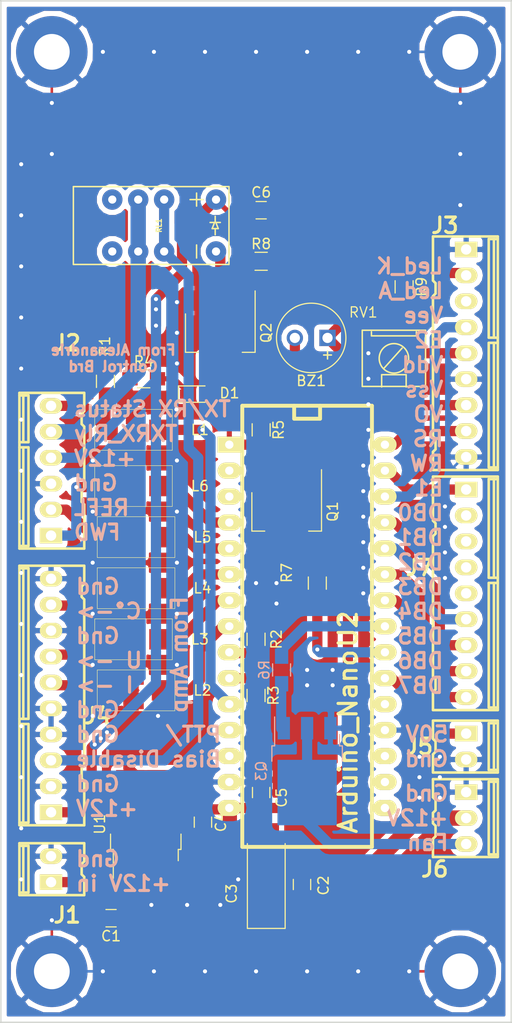
<source format=kicad_pcb>
(kicad_pcb (version 4) (host pcbnew 4.0.7)
  (layers (0 F.Cu signal) (31 B.Cu signal) (34 B.Paste user) (35 F.Paste user) (36 B.SilkS user) (37 F.SilkS user) (38 B.Mask user) (39 F.Mask user) (44 Edge.Cuts user))
  (net 0 "")
  (net 1 +5V)
  (net 2 "Net-(BZ1-Pad2)")
  (net 3 +12V)
  (net 4 GND)
  (net 5 "Net-(D1-Pad1)")
  (net 6 "Net-(D1-Pad2)")
  (net 7 "Net-(J2-Pad6)")
  (net 8 "Net-(J2-Pad5)")
  (net 9 "Net-(J2-Pad1)")
  (net 10 "Net-(J2-Pad2)")
  (net 11 LCDRS)
  (net 12 "Net-(J3-Pad7)")
  (net 13 LCDE2)
  (net 14 "Net-(J3-Pad2)")
  (net 15 "Net-(J4-Pad9)")
  (net 16 "Net-(J4-Pad7)")
  (net 17 "Net-(J4-Pad3)")
  (net 18 "Net-(J4-Pad6)")
  (net 19 "Net-(J5-Pad1)")
  (net 20 "Net-(J6-Pad3)")
  (net 21 LCD02)
  (net 22 LCD03)
  (net 23 LCD01)
  (net 24 LCD04)
  (net 25 LCDE1)
  (net 26 "Net-(L1-Pad3)")
  (net 27 "Net-(L2-Pad3)")
  (net 28 "Net-(L3-Pad3)")
  (net 29 "Net-(L4-Pad3)")
  (net 30 "Net-(L5-Pad3)")
  (net 31 "Net-(L6-Pad3)")
  (net 32 "Net-(Q1-Pad1)")
  (net 33 "Net-(Q2-Pad1)")
  (net 34 "Net-(Q3-Pad1)")
  (net 35 "Net-(R2-Pad1)")
  (net 36 "Net-(R3-Pad1)")
  (net 37 "Net-(R6-Pad1)")
  (net 38 "Net-(R7-Pad2)")
  (net 39 "Net-(Q2-Pad2)")
  (module conn_kk100:kk100_22-23-2021 (layer F.Cu) (at 165 120 90)
    (fp_text reference J1 (at -4.5 1.5 180) (layer F.SilkS) (effects (font (thickness 0.3048))))
    (fp_text value CONN_01X02 hide)
    (pad 1 thru_hole rect (at -1.27 -0.0762 90) (size 1.524 2.1971) (drill 1.016) (layers *.Cu *.Mask F.SilkS) (net 3 +12V))
    (pad 2 thru_hole oval (at 1.27 -0.0762 90) (size 1.524 2.1971) (drill 1.016) (layers *.Cu *.Mask F.SilkS) (net 4 GND))
  )
  (module Ferrite_LC_NFM41P:Ferrite_LC_NFM41P (layer F.Cu) (at 173.25 87.5)
    (fp_text reference L5 (at 6.5 0) (layer F.SilkS))
    (fp_text value L_cap)
    (pad 1 smd rect (at -2.54 0) (size 2 2) (layers F.Cu F.Paste F.Mask) (net 10 "Net-(J2-Pad2)"))
    (pad 3 smd rect (at 2.54 0) (size 2 2) (layers F.Cu F.Paste F.Mask) (net 30 "Net-(L5-Pad3)"))
    (pad 2 smd rect (at 0 -1.2) (size 1.5 1.3) (layers F.Cu F.Paste F.Mask) (net 4 GND))
    (pad 2 smd rect (at 0 1.2) (size 1.5 1.3) (layers F.Cu F.Paste F.Mask) (net 4 GND))
  )
  (module 2_Form_C_Relay:THT_2_formC (layer F.Cu) (at 176 57 270)
    (fp_text reference RL1 (at 0 0.5 270) (layer F.SilkS) (effects (font (size 0.5 0.5) (thickness 0.125))))
    (fp_text value EC2-12NU)
    (pad 1 thru_hole circle (at -2.54 -5.08 270) (size 2 2) (drill 0.8) (layers *.Cu *.Mask) (net 3 +12V))
    (pad 12 thru_hole circle (at 2.54 -5.08 270) (size 2 2) (drill 0.8) (layers *.Cu *.Mask) (net 39 "Net-(Q2-Pad2)"))
    (pad 3 thru_hole circle (at -2.54 0 270) (size 2 2) (drill 0.8) (layers *.Cu *.Mask) (net 17 "Net-(J4-Pad3)"))
    (pad 10 thru_hole circle (at 2.54 0 270) (size 2 2) (drill 0.8) (layers *.Cu *.Mask) (net 17 "Net-(J4-Pad3)"))
    (pad 4 thru_hole circle (at -2.54 2.54 270) (size 2 2) (drill 0.8) (layers *.Cu *.Mask) (net 8 "Net-(J2-Pad5)"))
    (pad 5 thru_hole circle (at -2.54 5.08 270) (size 2 2) (drill 0.8) (layers *.Cu *.Mask))
    (pad 8 thru_hole circle (at 2.54 5.08 270) (size 2 2) (drill 0.8) (layers *.Cu *.Mask))
    (pad 9 thru_hole circle (at 2.54 2.54 270) (size 2 2) (drill 0.8) (layers *.Cu *.Mask) (net 8 "Net-(J2-Pad5)"))
  )
  (module arduino_nano:arduino_nano (layer F.Cu) (at 190 97.5 270)
    (fp_text reference U2 (at -1 -4 270) (layer F.SilkS) (effects (font (size 1.778 1.778) (thickness 0.3048))))
    (fp_text value Arduino_Nano (at 10 -4 270) (layer F.SilkS) (effects (font (size 1.778 1.778) (thickness 0.3048))))
    (pad 1 thru_hole rect (at -19.05 7.62 270) (size 1.5748 2.286) (drill 0.8128) (layers *.Cu *.Mask F.SilkS) (net 6 "Net-(D1-Pad2)"))
    (pad 2 thru_hole oval (at -16.51 7.62 270) (size 1.5748 2.286) (drill 0.8128) (layers *.Cu *.Mask F.SilkS))
    (pad 3 thru_hole oval (at -13.97 7.62 270) (size 1.5748 2.286) (drill 0.8128) (layers *.Cu *.Mask F.SilkS))
    (pad 4 thru_hole oval (at -11.43 7.62 270) (size 1.5748 2.286) (drill 0.8128) (layers *.Cu *.Mask F.SilkS) (net 31 "Net-(L6-Pad3)"))
    (pad 5 thru_hole oval (at -8.89 7.62 270) (size 1.5748 2.286) (drill 0.8128) (layers *.Cu *.Mask F.SilkS) (net 30 "Net-(L5-Pad3)"))
    (pad 6 thru_hole oval (at -6.35 7.62 270) (size 1.5748 2.286) (drill 0.8128) (layers *.Cu *.Mask F.SilkS) (net 29 "Net-(L4-Pad3)"))
    (pad 7 thru_hole oval (at -3.81 7.62 270) (size 1.5748 2.286) (drill 0.8128) (layers *.Cu *.Mask F.SilkS) (net 28 "Net-(L3-Pad3)"))
    (pad 8 thru_hole oval (at -1.27 7.62 270) (size 1.5748 2.286) (drill 0.8128) (layers *.Cu *.Mask F.SilkS) (net 27 "Net-(L2-Pad3)"))
    (pad 9 thru_hole oval (at 1.27 7.62 270) (size 1.5748 2.286) (drill 0.8128) (layers *.Cu *.Mask F.SilkS) (net 35 "Net-(R2-Pad1)"))
    (pad 10 thru_hole oval (at 3.81 7.62 270) (size 1.5748 2.286) (drill 0.8128) (layers *.Cu *.Mask F.SilkS) (net 36 "Net-(R3-Pad1)"))
    (pad 11 thru_hole oval (at 6.35 7.62 270) (size 1.5748 2.286) (drill 0.8128) (layers *.Cu *.Mask F.SilkS) (net 26 "Net-(L1-Pad3)"))
    (pad 12 thru_hole oval (at 8.89 7.62 270) (size 1.5748 2.286) (drill 0.8128) (layers *.Cu *.Mask F.SilkS))
    (pad 13 thru_hole oval (at 11.43 7.62 270) (size 1.5748 2.286) (drill 0.8128) (layers *.Cu *.Mask F.SilkS))
    (pad 14 thru_hole oval (at 13.97 7.62 270) (size 1.5748 2.286) (drill 0.8128) (layers *.Cu *.Mask F.SilkS) (net 4 GND))
    (pad 15 thru_hole oval (at 16.51 7.62 270) (size 1.5748 2.286) (drill 0.8128) (layers *.Cu *.Mask F.SilkS) (net 1 +5V))
    (pad 16 thru_hole oval (at 16.51 -7.62 270) (size 1.5748 2.286) (drill 0.8128) (layers *.Cu *.Mask F.SilkS))
    (pad 17 thru_hole oval (at 13.97 -7.62 270) (size 1.5748 2.286) (drill 0.8128) (layers *.Cu *.Mask F.SilkS))
    (pad 18 thru_hole oval (at 11.43 -7.62 270) (size 1.5748 2.286) (drill 0.8128) (layers *.Cu *.Mask F.SilkS))
    (pad 19 thru_hole oval (at 8.89 -7.62 270) (size 1.5748 2.286) (drill 0.8128) (layers *.Cu *.Mask F.SilkS) (net 4 GND))
    (pad 20 thru_hole oval (at 6.35 -7.62 270) (size 1.5748 2.286) (drill 0.8128) (layers *.Cu *.Mask F.SilkS))
    (pad 21 thru_hole oval (at 3.81 -7.62 270) (size 1.5748 2.286) (drill 0.8128) (layers *.Cu *.Mask F.SilkS) (net 19 "Net-(J5-Pad1)"))
    (pad 22 thru_hole oval (at 1.27 -7.62 270) (size 1.5748 2.286) (drill 0.8128) (layers *.Cu *.Mask F.SilkS) (net 38 "Net-(R7-Pad2)"))
    (pad 23 thru_hole oval (at -1.27 -7.62 270) (size 1.5748 2.286) (drill 0.8128) (layers *.Cu *.Mask F.SilkS) (net 37 "Net-(R6-Pad1)"))
    (pad 24 thru_hole oval (at -3.81 -7.62 270) (size 1.5748 2.286) (drill 0.8128) (layers *.Cu *.Mask F.SilkS) (net 23 LCD01))
    (pad 25 thru_hole oval (at -6.35 -7.62 270) (size 1.5748 2.286) (drill 0.8128) (layers *.Cu *.Mask F.SilkS) (net 21 LCD02))
    (pad 26 thru_hole oval (at -8.89 -7.62 270) (size 1.5748 2.286) (drill 0.8128) (layers *.Cu *.Mask F.SilkS) (net 24 LCD04))
    (pad 27 thru_hole oval (at -11.43 -7.62 270) (size 1.5748 2.286) (drill 0.8128) (layers *.Cu *.Mask F.SilkS) (net 22 LCD03))
    (pad 28 thru_hole oval (at -13.97 -7.62 270) (size 1.5748 2.286) (drill 0.8128) (layers *.Cu *.Mask F.SilkS) (net 13 LCDE2))
    (pad 29 thru_hole oval (at -16.51 -7.62 270) (size 1.5748 2.286) (drill 0.8128) (layers *.Cu *.Mask F.SilkS) (net 25 LCDE1))
    (pad 30 thru_hole oval (at -19.05 -7.62 270) (size 1.5748 2.286) (drill 0.8128) (layers *.Cu *.Mask F.SilkS) (net 11 LCDRS))
  )
  (module conn_kk100:kk100_22-23-2091 (layer F.Cu) (at 205.5 69.5 270)
    (fp_text reference J3 (at -12.5 2 360) (layer F.SilkS) (effects (font (thickness 0.3048))))
    (fp_text value CONN_01X09 hide)
    (pad 8 thru_hole oval (at 7.62 -0.0762 270) (size 1.524 2.1971) (drill 1.016) (layers *.Cu *.Mask F.SilkS) (net 11 LCDRS))
    (pad 7 thru_hole oval (at 5.08 -0.0762 270) (size 1.524 2.1971) (drill 1.016) (layers *.Cu *.Mask F.SilkS) (net 12 "Net-(J3-Pad7)"))
    (pad 5 thru_hole oval (at 0 -0.0762 270) (size 1.524 2.1971) (drill 1.016) (layers *.Cu *.Mask F.SilkS) (net 1 +5V))
    (pad 4 thru_hole oval (at -2.54 -0.0762 270) (size 1.524 2.1971) (drill 1.016) (layers *.Cu *.Mask F.SilkS) (net 13 LCDE2))
    (pad 3 thru_hole oval (at -5.08 -0.0762 270) (size 1.524 2.1971) (drill 1.016) (layers *.Cu *.Mask F.SilkS))
    (pad 9 thru_hole oval (at 10.16 -0.0762 270) (size 1.524 2.1971) (drill 1.016) (layers *.Cu *.Mask F.SilkS) (net 4 GND))
    (pad 6 thru_hole oval (at 2.54 -0.0762 270) (size 1.524 2.1971) (drill 1.016) (layers *.Cu *.Mask F.SilkS) (net 4 GND))
    (pad 1 thru_hole rect (at -10.16 -0.0762 270) (size 1.524 2.1971) (drill 1.016) (layers *.Cu *.Mask F.SilkS) (net 4 GND))
    (pad 2 thru_hole oval (at -7.62 -0.0762 270) (size 1.524 2.1971) (drill 1.016) (layers *.Cu *.Mask F.SilkS) (net 14 "Net-(J3-Pad2)"))
  )
  (module Buzzers_Beepers:MagneticBuzzer_Kingstate_KCG0601 (layer F.Cu) (at 192 68 180)
    (fp_text reference BZ1 (at 1.6 -4.2 180) (layer F.SilkS))
    (fp_text value Buzzer)
    (fp_text user + (at 0 -1.6 180) (layer F.SilkS))
    (pad 1 thru_hole rect (at 0 0 180) (size 1.6 1.6) (drill 1) (layers *.Cu *.Mask) (net 1 +5V))
    (pad 2 thru_hole circle (at 3.2 0 180) (size 1.6 1.6) (drill 1) (layers *.Cu *.Mask) (net 2 "Net-(BZ1-Pad2)"))
  )
  (module Capacitors_SMD:C_0805_HandSoldering (layer F.Cu) (at 170.8 124.8 180)
    (fp_text reference C1 (at 0 -1.75 180) (layer F.SilkS))
    (fp_text value 100n)
    (pad 1 smd rect (at -1.25 0 180) (size 1.5 1.25) (layers F.Cu F.Paste F.Mask) (net 3 +12V))
    (pad 2 smd rect (at 1.25 0 180) (size 1.5 1.25) (layers F.Cu F.Paste F.Mask) (net 4 GND))
  )
  (module Capacitors_Tantalum_SMD:CP_Tantalum_Case-C_EIA-6032-28_Hand (layer F.Cu) (at 186 120.5 90)
    (fp_text reference C2 (at -1.1 5.6 90) (layer F.SilkS))
    (fp_text value 10u)
    (pad 1 smd rect (at -3.125 0 90) (size 3.75 2.5) (layers F.Cu F.Paste F.Mask) (net 3 +12V))
    (pad 2 smd rect (at 3.125 0 90) (size 3.75 2.5) (layers F.Cu F.Paste F.Mask) (net 4 GND))
  )
  (module Capacitors_SMD:C_0805_HandSoldering (layer F.Cu) (at 189.5 121.5 90)
    (fp_text reference C3 (at -0.9 -6.9 90) (layer F.SilkS))
    (fp_text value 100n)
    (pad 1 smd rect (at -1.25 0 90) (size 1.5 1.25) (layers F.Cu F.Paste F.Mask) (net 3 +12V))
    (pad 2 smd rect (at 1.25 0 90) (size 1.5 1.25) (layers F.Cu F.Paste F.Mask) (net 4 GND))
  )
  (module Capacitors_SMD:C_0805_HandSoldering (layer F.Cu) (at 179.8 115.4 270)
    (fp_text reference C4 (at 0 -1.75 270) (layer F.SilkS))
    (fp_text value 100n)
    (pad 1 smd rect (at -1.25 0 270) (size 1.5 1.25) (layers F.Cu F.Paste F.Mask) (net 1 +5V))
    (pad 2 smd rect (at 1.25 0 270) (size 1.5 1.25) (layers F.Cu F.Paste F.Mask) (net 4 GND))
  )
  (module Capacitors_SMD:C_0805_HandSoldering (layer F.Cu) (at 185.5 112.5 90)
    (fp_text reference C5 (at -0.5 2 90) (layer F.SilkS))
    (fp_text value 100n)
    (pad 1 smd rect (at -1.25 0 90) (size 1.5 1.25) (layers F.Cu F.Paste F.Mask) (net 1 +5V))
    (pad 2 smd rect (at 1.25 0 90) (size 1.5 1.25) (layers F.Cu F.Paste F.Mask) (net 4 GND))
  )
  (module Capacitors_SMD:C_0805_HandSoldering (layer F.Cu) (at 185.5 55.5)
    (fp_text reference C6 (at 0 -1.75) (layer F.SilkS))
    (fp_text value C)
    (pad 1 smd rect (at -1.25 0) (size 1.5 1.25) (layers F.Cu F.Paste F.Mask) (net 3 +12V))
    (pad 2 smd rect (at 1.25 0) (size 1.5 1.25) (layers F.Cu F.Paste F.Mask) (net 4 GND))
  )
  (module Diodes_SMD:D_0805 (layer F.Cu) (at 179 73.5)
    (fp_text reference D1 (at 3.4 -0.1) (layer F.SilkS))
    (fp_text value LED)
    (pad 1 smd rect (at -1.05 0) (size 0.8 0.9) (layers F.Cu F.Paste F.Mask) (net 5 "Net-(D1-Pad1)"))
    (pad 2 smd rect (at 1.05 0) (size 0.8 0.9) (layers F.Cu F.Paste F.Mask) (net 6 "Net-(D1-Pad2)"))
  )
  (module conn_kk100:kk100_22-23-2061 (layer F.Cu) (at 165 81 90)
    (fp_text reference J2 (at 12.5 1.5 180) (layer F.SilkS) (effects (font (thickness 0.3048))))
    (fp_text value CONN_01X06 hide)
    (pad 4 thru_hole oval (at 1.27 -0.0762 90) (size 1.524 2.1971) (drill 1.016) (layers *.Cu *.Mask F.SilkS) (net 3 +12V))
    (pad 3 thru_hole oval (at -1.27 -0.0762 90) (size 1.524 2.1971) (drill 1.016) (layers *.Cu *.Mask F.SilkS) (net 4 GND))
    (pad 6 thru_hole oval (at 6.35 -0.0762 90) (size 1.524 2.1971) (drill 1.016) (layers *.Cu *.Mask F.SilkS) (net 7 "Net-(J2-Pad6)"))
    (pad 5 thru_hole oval (at 3.81 -0.0762 90) (size 1.524 2.1971) (drill 1.016) (layers *.Cu *.Mask F.SilkS) (net 8 "Net-(J2-Pad5)"))
    (pad 1 thru_hole rect (at -6.35 -0.0762 90) (size 1.524 2.1971) (drill 1.016) (layers *.Cu *.Mask F.SilkS) (net 9 "Net-(J2-Pad1)"))
    (pad 2 thru_hole oval (at -3.81 -0.0762 90) (size 1.524 2.1971) (drill 1.016) (layers *.Cu *.Mask F.SilkS) (net 10 "Net-(J2-Pad2)"))
  )
  (module conn_kk100:kk100_22-23-2101 (layer F.Cu) (at 165 103 90)
    (fp_text reference J4 (at -2 4.5 180) (layer F.SilkS) (effects (font (thickness 0.3048))))
    (fp_text value CONN_01X10 hide)
    (pad 9 thru_hole oval (at 8.89 -0.0762 90) (size 1.524 2.1971) (drill 1.016) (layers *.Cu *.Mask F.SilkS) (net 15 "Net-(J4-Pad9)"))
    (pad 8 thru_hole oval (at 6.35 -0.0762 90) (size 1.524 2.1971) (drill 1.016) (layers *.Cu *.Mask F.SilkS) (net 4 GND))
    (pad 7 thru_hole oval (at 3.81 -0.0762 90) (size 1.524 2.1971) (drill 1.016) (layers *.Cu *.Mask F.SilkS) (net 16 "Net-(J4-Pad7)"))
    (pad 5 thru_hole oval (at -1.27 -0.0762 90) (size 1.524 2.1971) (drill 1.016) (layers *.Cu *.Mask F.SilkS) (net 4 GND))
    (pad 4 thru_hole oval (at -3.81 -0.0762 90) (size 1.524 2.1971) (drill 1.016) (layers *.Cu *.Mask F.SilkS) (net 4 GND))
    (pad 3 thru_hole oval (at -6.35 -0.0762 90) (size 1.524 2.1971) (drill 1.016) (layers *.Cu *.Mask F.SilkS) (net 17 "Net-(J4-Pad3)"))
    (pad 10 thru_hole oval (at 11.43 -0.0762 90) (size 1.524 2.1971) (drill 1.016) (layers *.Cu *.Mask F.SilkS) (net 4 GND))
    (pad 6 thru_hole oval (at 1.27 -0.0762 90) (size 1.524 2.1971) (drill 1.016) (layers *.Cu *.Mask F.SilkS) (net 18 "Net-(J4-Pad6)"))
    (pad 1 thru_hole rect (at -11.43 -0.0762 90) (size 1.524 2.1971) (drill 1.016) (layers *.Cu *.Mask F.SilkS) (net 3 +12V))
    (pad 2 thru_hole oval (at -8.89 -0.0762 90) (size 1.524 2.1971) (drill 1.016) (layers *.Cu *.Mask F.SilkS) (net 4 GND))
  )
  (module conn_kk100:kk100_22-23-2021 (layer F.Cu) (at 205.5 108 270)
    (fp_text reference J5 (at 0 4.5 360) (layer F.SilkS) (effects (font (thickness 0.3048))))
    (fp_text value CONN_01X02 hide)
    (pad 1 thru_hole rect (at -1.27 -0.0762 270) (size 1.524 2.1971) (drill 1.016) (layers *.Cu *.Mask F.SilkS) (net 19 "Net-(J5-Pad1)"))
    (pad 2 thru_hole oval (at 1.27 -0.0762 270) (size 1.524 2.1971) (drill 1.016) (layers *.Cu *.Mask F.SilkS) (net 4 GND))
  )
  (module conn_kk100:kk100_22-23-2031 (layer F.Cu) (at 205.5 115 270)
    (fp_text reference J6 (at 5 3 360) (layer F.SilkS) (effects (font (thickness 0.3048))))
    (fp_text value CONN_01X03 hide)
    (pad 3 thru_hole oval (at 2.54 -0.0762 270) (size 1.524 2.1971) (drill 1.016) (layers *.Cu *.Mask F.SilkS) (net 20 "Net-(J6-Pad3)"))
    (pad 1 thru_hole rect (at -2.54 -0.0762 270) (size 1.524 2.1971) (drill 1.016) (layers *.Cu *.Mask F.SilkS) (net 4 GND))
    (pad 2 thru_hole oval (at 0 -0.0762 270) (size 1.524 2.1971) (drill 1.016) (layers *.Cu *.Mask F.SilkS) (net 3 +12V))
  )
  (module conn_kk100:kk100_22-23-2091 (layer F.Cu) (at 205.5 93 270)
    (fp_text reference J7 (at -2.5 4.5 360) (layer F.SilkS) (effects (font (thickness 0.3048))))
    (fp_text value CONN_01X09 hide)
    (pad 8 thru_hole oval (at 7.62 -0.0762 270) (size 1.524 2.1971) (drill 1.016) (layers *.Cu *.Mask F.SilkS) (net 21 LCD02))
    (pad 7 thru_hole oval (at 5.08 -0.0762 270) (size 1.524 2.1971) (drill 1.016) (layers *.Cu *.Mask F.SilkS) (net 22 LCD03))
    (pad 5 thru_hole oval (at 0 -0.0762 270) (size 1.524 2.1971) (drill 1.016) (layers *.Cu *.Mask F.SilkS))
    (pad 4 thru_hole oval (at -2.54 -0.0762 270) (size 1.524 2.1971) (drill 1.016) (layers *.Cu *.Mask F.SilkS))
    (pad 3 thru_hole oval (at -5.08 -0.0762 270) (size 1.524 2.1971) (drill 1.016) (layers *.Cu *.Mask F.SilkS))
    (pad 9 thru_hole oval (at 10.16 -0.0762 270) (size 1.524 2.1971) (drill 1.016) (layers *.Cu *.Mask F.SilkS) (net 23 LCD01))
    (pad 6 thru_hole oval (at 2.54 -0.0762 270) (size 1.524 2.1971) (drill 1.016) (layers *.Cu *.Mask F.SilkS) (net 24 LCD04))
    (pad 1 thru_hole rect (at -10.16 -0.0762 270) (size 1.524 2.1971) (drill 1.016) (layers *.Cu *.Mask F.SilkS) (net 25 LCDE1))
    (pad 2 thru_hole oval (at -7.62 -0.0762 270) (size 1.524 2.1971) (drill 1.016) (layers *.Cu *.Mask F.SilkS))
  )
  (module TO_SOT_Packages_SMD:SOT-223 (layer F.Cu) (at 181.5 67.5 270)
    (fp_text reference Q2 (at 0 -4.5 270) (layer F.SilkS))
    (fp_text value PZT2222A)
    (pad 4 smd rect (at 3.15 0 270) (size 2 3.8) (layers F.Cu F.Paste F.Mask))
    (pad 2 smd rect (at -3.15 0 270) (size 2 1.5) (layers F.Cu F.Paste F.Mask) (net 39 "Net-(Q2-Pad2)"))
    (pad 3 smd rect (at -3.15 2.3 270) (size 2 1.5) (layers F.Cu F.Paste F.Mask) (net 4 GND))
    (pad 1 smd rect (at -3.15 -2.3 270) (size 2 1.5) (layers F.Cu F.Paste F.Mask) (net 33 "Net-(Q2-Pad1)"))
  )
  (module Resistors_SMD:R_0805_HandSoldering (layer F.Cu) (at 170.25 72.25 90)
    (fp_text reference R1 (at 3.45 -0.05 90) (layer F.SilkS))
    (fp_text value 10k)
    (pad 1 smd rect (at -1.35 0 90) (size 1.5 1.3) (layers F.Cu F.Paste F.Mask) (net 7 "Net-(J2-Pad6)"))
    (pad 2 smd rect (at 1.35 0 90) (size 1.5 1.3) (layers F.Cu F.Paste F.Mask) (net 4 GND))
  )
  (module Resistors_SMD:R_0805_HandSoldering (layer F.Cu) (at 185 97.5 90)
    (fp_text reference R2 (at 0 2 90) (layer F.SilkS))
    (fp_text value 0R)
    (pad 1 smd rect (at -1.35 0 90) (size 1.5 1.3) (layers F.Cu F.Paste F.Mask) (net 35 "Net-(R2-Pad1)"))
    (pad 2 smd rect (at 1.35 0 90) (size 1.5 1.3) (layers F.Cu F.Paste F.Mask) (net 4 GND))
  )
  (module Resistors_SMD:R_0805_HandSoldering (layer F.Cu) (at 185 103 270)
    (fp_text reference R3 (at 0 -1.7 270) (layer F.SilkS))
    (fp_text value 0R)
    (pad 1 smd rect (at -1.35 0 270) (size 1.5 1.3) (layers F.Cu F.Paste F.Mask) (net 36 "Net-(R3-Pad1)"))
    (pad 2 smd rect (at 1.35 0 270) (size 1.5 1.3) (layers F.Cu F.Paste F.Mask) (net 4 GND))
  )
  (module Resistors_SMD:R_0805_HandSoldering (layer F.Cu) (at 174 72)
    (fp_text reference R4 (at 0 -1.7) (layer F.SilkS))
    (fp_text value R)
    (pad 1 smd rect (at -1.35 0) (size 1.5 1.3) (layers F.Cu F.Paste F.Mask) (net 4 GND))
    (pad 2 smd rect (at 1.35 0) (size 1.5 1.3) (layers F.Cu F.Paste F.Mask) (net 5 "Net-(D1-Pad1)"))
  )
  (module Resistors_SMD:R_0805_HandSoldering (layer F.Cu) (at 185.5 77 270)
    (fp_text reference R5 (at 0 -1.7 270) (layer F.SilkS))
    (fp_text value 1k)
    (pad 1 smd rect (at -1.35 0 270) (size 1.5 1.3) (layers F.Cu F.Paste F.Mask) (net 33 "Net-(Q2-Pad1)"))
    (pad 2 smd rect (at 1.35 0 270) (size 1.5 1.3) (layers F.Cu F.Paste F.Mask) (net 6 "Net-(D1-Pad2)"))
  )
  (module Resistors_SMD:R_0805_HandSoldering (layer B.Cu) (at 187.5 100.5 270)
    (fp_text reference R6 (at 0 1.7 270) (layer B.SilkS) (effects (justify mirror)))
    (fp_text value 1k)
    (pad 1 smd rect (at -1.35 0 270) (size 1.5 1.3) (layers B.Cu B.Paste B.Mask) (net 37 "Net-(R6-Pad1)"))
    (pad 2 smd rect (at 1.35 0 270) (size 1.5 1.3) (layers B.Cu B.Paste B.Mask) (net 34 "Net-(Q3-Pad1)"))
  )
  (module Resistors_SMD:R_0805_HandSoldering (layer F.Cu) (at 191 92 270)
    (fp_text reference R7 (at -1 3 270) (layer F.SilkS))
    (fp_text value 2k2)
    (pad 1 smd rect (at -1.35 0 270) (size 1.5 1.3) (layers F.Cu F.Paste F.Mask) (net 32 "Net-(Q1-Pad1)"))
    (pad 2 smd rect (at 1.35 0 270) (size 1.5 1.3) (layers F.Cu F.Paste F.Mask) (net 38 "Net-(R7-Pad2)"))
  )
  (module Resistors_SMD:R_0805_HandSoldering (layer F.Cu) (at 185.5 60.5)
    (fp_text reference R8 (at 0 -1.7) (layer F.SilkS))
    (fp_text value 10k)
    (pad 1 smd rect (at -1.35 0) (size 1.5 1.3) (layers F.Cu F.Paste F.Mask) (net 33 "Net-(Q2-Pad1)"))
    (pad 2 smd rect (at 1.35 0) (size 1.5 1.3) (layers F.Cu F.Paste F.Mask) (net 4 GND))
  )
  (module Resistors_SMD:R_0805_HandSoldering (layer F.Cu) (at 199.5 63 270)
    (fp_text reference R9 (at 0 -1.7 270) (layer F.SilkS))
    (fp_text value 100R)
    (pad 1 smd rect (at -1.35 0 270) (size 1.5 1.3) (layers F.Cu F.Paste F.Mask) (net 14 "Net-(J3-Pad2)"))
    (pad 2 smd rect (at 1.35 0 270) (size 1.5 1.3) (layers F.Cu F.Paste F.Mask) (net 1 +5V))
  )
  (module Trimmer_3314G1_Handsoldering:Trimmer_3314G1_Handsoldering (layer F.Cu) (at 198.5 70)
    (fp_text reference RV1 (at -3 -4.5) (layer F.SilkS) (effects (font (thickness 0.125))))
    (fp_text value 10k)
    (pad 2 smd rect (at 0 2.75) (size 2.5 2.2) (layers F.Cu F.Paste F.Mask) (net 12 "Net-(J3-Pad7)"))
    (pad 1 smd rect (at -1.15 -2.75) (size 1.3 2.2) (layers F.Cu F.Paste F.Mask) (net 4 GND))
    (pad 3 smd rect (at 1.15 -2.75) (size 1.3 2.2) (layers F.Cu F.Paste F.Mask) (net 1 +5V))
  )
  (module TO_SOT_Packages_SMD:SOT-223 (layer F.Cu) (at 188 85 270)
    (fp_text reference Q1 (at 0 -4.5 270) (layer F.SilkS))
    (fp_text value PZT2222A)
    (pad 4 smd rect (at 3.15 0 270) (size 2 3.8) (layers F.Cu F.Paste F.Mask))
    (pad 2 smd rect (at -3.15 0 270) (size 2 1.5) (layers F.Cu F.Paste F.Mask) (net 2 "Net-(BZ1-Pad2)"))
    (pad 3 smd rect (at -3.15 2.3 270) (size 2 1.5) (layers F.Cu F.Paste F.Mask) (net 4 GND))
    (pad 1 smd rect (at -3.15 -2.3 270) (size 2 1.5) (layers F.Cu F.Paste F.Mask) (net 32 "Net-(Q1-Pad1)"))
  )
  (module Mounting_Holes:MountingHole_3.5mm_Pad (layer F.Cu) (at 165 40)
    (fp_text reference TP1 hide)
    (fp_text value TEST hide)
    (pad 1 thru_hole circle (at 0 0) (size 7 7) (drill 3.5) (layers *.Cu *.Mask) (net 4 GND))
  )
  (module Mounting_Holes:MountingHole_3.5mm_Pad (layer F.Cu) (at 205 40)
    (fp_text reference TP2 hide)
    (fp_text value TEST hide)
    (pad 1 thru_hole circle (at 0 0) (size 7 7) (drill 3.5) (layers *.Cu *.Mask) (net 4 GND))
  )
  (module Mounting_Holes:MountingHole_3.5mm_Pad (layer F.Cu) (at 165 130)
    (fp_text reference TP3 hide)
    (fp_text value TEST hide)
    (pad 1 thru_hole circle (at 0 0) (size 7 7) (drill 3.5) (layers *.Cu *.Mask) (net 4 GND))
  )
  (module Mounting_Holes:MountingHole_3.5mm_Pad (layer F.Cu) (at 205 130)
    (fp_text reference TP4 hide)
    (fp_text value TEST hide)
    (pad 1 thru_hole circle (at 0 0) (size 7 7) (drill 3.5) (layers *.Cu *.Mask) (net 4 GND))
  )
  (module Ferrite_LC_NFM41P:Ferrite_LC_NFM41P (layer F.Cu) (at 173 77)
    (fp_text reference L1 (at 6.5 0) (layer F.SilkS))
    (fp_text value L_cap)
    (pad 1 smd rect (at -2.54 0) (size 2 2) (layers F.Cu F.Paste F.Mask) (net 7 "Net-(J2-Pad6)"))
    (pad 3 smd rect (at 2.54 0) (size 2 2) (layers F.Cu F.Paste F.Mask) (net 26 "Net-(L1-Pad3)"))
    (pad 2 smd rect (at 0 -1.2) (size 1.5 1.3) (layers F.Cu F.Paste F.Mask) (net 4 GND))
    (pad 2 smd rect (at 0 1.2) (size 1.5 1.3) (layers F.Cu F.Paste F.Mask) (net 4 GND))
  )
  (module Ferrite_LC_NFM41P:Ferrite_LC_NFM41P (layer F.Cu) (at 173.25 102.5)
    (fp_text reference L2 (at 6.5 0) (layer F.SilkS))
    (fp_text value L_cap)
    (pad 1 smd rect (at -2.54 0) (size 2 2) (layers F.Cu F.Paste F.Mask) (net 18 "Net-(J4-Pad6)"))
    (pad 3 smd rect (at 2.54 0) (size 2 2) (layers F.Cu F.Paste F.Mask) (net 27 "Net-(L2-Pad3)"))
    (pad 2 smd rect (at 0 -1.2) (size 1.5 1.3) (layers F.Cu F.Paste F.Mask) (net 4 GND))
    (pad 2 smd rect (at 0 1.2) (size 1.5 1.3) (layers F.Cu F.Paste F.Mask) (net 4 GND))
  )
  (module Ferrite_LC_NFM41P:Ferrite_LC_NFM41P (layer F.Cu) (at 173 97.5)
    (fp_text reference L3 (at 6.5 0) (layer F.SilkS))
    (fp_text value L_cap)
    (pad 1 smd rect (at -2.54 0) (size 2 2) (layers F.Cu F.Paste F.Mask) (net 16 "Net-(J4-Pad7)"))
    (pad 3 smd rect (at 2.54 0) (size 2 2) (layers F.Cu F.Paste F.Mask) (net 28 "Net-(L3-Pad3)"))
    (pad 2 smd rect (at 0 -1.2) (size 1.5 1.3) (layers F.Cu F.Paste F.Mask) (net 4 GND))
    (pad 2 smd rect (at 0 1.2) (size 1.5 1.3) (layers F.Cu F.Paste F.Mask) (net 4 GND))
  )
  (module Ferrite_LC_NFM41P:Ferrite_LC_NFM41P (layer F.Cu) (at 173.25 92.5)
    (fp_text reference L4 (at 6.5 0) (layer F.SilkS))
    (fp_text value L_cap)
    (pad 1 smd rect (at -2.54 0) (size 2 2) (layers F.Cu F.Paste F.Mask) (net 15 "Net-(J4-Pad9)"))
    (pad 3 smd rect (at 2.54 0) (size 2 2) (layers F.Cu F.Paste F.Mask) (net 29 "Net-(L4-Pad3)"))
    (pad 2 smd rect (at 0 -1.2) (size 1.5 1.3) (layers F.Cu F.Paste F.Mask) (net 4 GND))
    (pad 2 smd rect (at 0 1.2) (size 1.5 1.3) (layers F.Cu F.Paste F.Mask) (net 4 GND))
  )
  (module Ferrite_LC_NFM41P:Ferrite_LC_NFM41P (layer F.Cu) (at 173 82.5)
    (fp_text reference L6 (at 6.5 0) (layer F.SilkS))
    (fp_text value L_cap)
    (pad 1 smd rect (at -2.54 0) (size 2 2) (layers F.Cu F.Paste F.Mask) (net 9 "Net-(J2-Pad1)"))
    (pad 3 smd rect (at 2.54 0) (size 2 2) (layers F.Cu F.Paste F.Mask) (net 31 "Net-(L6-Pad3)"))
    (pad 2 smd rect (at 0 -1.2) (size 1.5 1.3) (layers F.Cu F.Paste F.Mask) (net 4 GND))
    (pad 2 smd rect (at 0 1.2) (size 1.5 1.3) (layers F.Cu F.Paste F.Mask) (net 4 GND))
  )
  (module TO_SOT_Packages_SMD:TO-252-3_TabPin2 (layer B.Cu) (at 190 110.4 270)
    (fp_text reference Q3 (at 0 4.5 270) (layer B.SilkS) (effects (justify mirror)))
    (fp_text value IRFR3303)
    (pad 1 smd rect (at -4.2 2.28 270) (size 2.2 1.2) (layers B.Cu B.Paste B.Mask) (net 34 "Net-(Q3-Pad1)"))
    (pad 2 smd rect (at -4.2 0 270) (size 2.2 1.2) (layers B.Cu B.Paste B.Mask) (net 20 "Net-(J6-Pad3)"))
    (pad 3 smd rect (at -4.2 -2.28 270) (size 2.2 1.2) (layers B.Cu B.Paste B.Mask) (net 4 GND))
    (pad 2 smd rect (at 2.1 0 270) (size 6.4 5.8) (layers B.Cu B.Mask) (net 20 "Net-(J6-Pad3)"))
    (pad 2 smd rect (at 3.775 -1.525 270) (size 3.05 2.75) (layers B.Cu B.Paste) (net 20 "Net-(J6-Pad3)"))
    (pad 2 smd rect (at 0.425 1.525 270) (size 3.05 2.75) (layers B.Cu B.Paste) (net 20 "Net-(J6-Pad3)"))
    (pad 2 smd rect (at 3.775 1.525 270) (size 3.05 2.75) (layers B.Cu B.Paste) (net 20 "Net-(J6-Pad3)"))
    (pad 2 smd rect (at 0.425 -1.525 270) (size 3.05 2.75) (layers B.Cu B.Paste) (net 20 "Net-(J6-Pad3)"))
  )
  (module TO_SOT_Packages_SMD:TO-252-3_TabPin2 (layer F.Cu) (at 174.2 115.6 90)
    (fp_text reference U1 (at 0 -4.5 90) (layer F.SilkS))
    (fp_text value KA78M05_TO252)
    (pad 1 smd rect (at -4.2 -2.28 90) (size 2.2 1.2) (layers F.Cu F.Paste F.Mask) (net 3 +12V))
    (pad 2 smd rect (at -4.2 0 90) (size 2.2 1.2) (layers F.Cu F.Paste F.Mask) (net 4 GND))
    (pad 3 smd rect (at -4.2 2.28 90) (size 2.2 1.2) (layers F.Cu F.Paste F.Mask) (net 1 +5V))
    (pad 2 smd rect (at 2.1 0 90) (size 6.4 5.8) (layers F.Cu F.Mask) (net 4 GND))
    (pad 2 smd rect (at 3.775 1.525 90) (size 3.05 2.75) (layers F.Cu F.Paste) (net 4 GND))
    (pad 2 smd rect (at 0.425 -1.525 90) (size 3.05 2.75) (layers F.Cu F.Paste) (net 4 GND))
    (pad 2 smd rect (at 3.775 -1.525 90) (size 3.05 2.75) (layers F.Cu F.Paste) (net 4 GND))
    (pad 2 smd rect (at 0.425 1.525 90) (size 3.05 2.75) (layers F.Cu F.Paste) (net 4 GND))
  )
  (gr_line (start 160 135) (end 160 35) (angle 90) (layer Edge.Cuts) (width 0.15))
  (gr_line (start 210 35) (end 210 135) (angle 90) (layer Edge.Cuts) (width 0.15))
  (gr_line (start 160 35) (end 210 35) (angle 90) (layer Edge.Cuts) (width 0.15))
  (gr_text "50V\nGnd" (at 204 108) (layer B.SilkS) (effects (font (size 1.5 1.5) (thickness 0.3)) (justify left mirror)))
  (gr_text "Gnd\n+12V\nFan" (at 204 115) (layer B.SilkS) (effects (font (size 1.5 1.5) (thickness 0.3)) (justify left mirror)))
  (gr_text "Led_K\nLed_A\nVee\nE2\nVdd\nVss\nVO\nRS\nRW\nE1\nDB0\nDB1\nDB2\nDB3\nDB4\nDB5\nDB6\nDB7" (at 203.5 81.5) (layer B.SilkS) (effects (font (size 1.5 1.5) (thickness 0.3)) (justify left mirror)))
  (gr_text "From Amp" (at 177.5 99 90) (layer B.SilkS) (effects (font (size 1.5 1.5) (thickness 0.3)) (justify mirror)))
  (gr_text "From Alexandrie\nControl Brd" (at 171 70) (layer B.SilkS) (effects (font (size 1 1) (thickness 0.25)) (justify mirror)))
  (gr_text "TX/RX Status\nTXRX_Rly\n+12V\nGnd\nREFL\nFWD" (at 167 81) (layer B.SilkS) (effects (font (size 1.5 1.5) (thickness 0.3)) (justify right mirror)))
  (gr_text "Gnd\nC°->\nGnd\nU ->\nI ->\nGnd\nPTT/    Gnd\nBias Disable\nGnd\n+12V" (at 167.2 103.2) (layer B.SilkS) (effects (font (size 1.5 1.5) (thickness 0.3)) (justify right mirror)))
  (gr_text "Gnd\n+12V in\n" (at 167.2 120.2) (layer B.SilkS) (effects (font (size 1.5 1.5) (thickness 0.3)) (justify right mirror)))
  (gr_line (start 160 135) (end 210 135) (angle 90) (layer Edge.Cuts) (width 0.15))
  (segment (start 176.4 119.4) (end 177.775 120.775) (width 1.5) (layer F.Cu) (net 1))
  (segment (start 177.775 120.775) (end 180.225 120.775) (width 1.5) (layer F.Cu) (net 1))
  (segment (start 180.225 120.775) (end 182.38 118.62) (width 1.5) (layer F.Cu) (net 1))
  (segment (start 182.38 118.62) (end 182.38 114.01) (width 1.5) (layer F.Cu) (net 1))
  (segment (start 179.8 114.15) (end 182.24 114.15) (width 1) (layer F.Cu) (net 1))
  (segment (start 182.24 114.15) (end 182.38 114.01) (width 1) (layer F.Cu) (net 1))
  (segment (start 199.5 64.35) (end 195.65 64.35) (width 1) (layer F.Cu) (net 1))
  (segment (start 195.65 64.35) (end 192 68) (width 1) (layer F.Cu) (net 1))
  (segment (start 182.38 114.01) (end 189.99 114.01) (width 1) (layer F.Cu) (net 1))
  (segment (start 189.99 114.01) (end 194 110) (width 1) (layer F.Cu) (net 1))
  (segment (start 194 110) (end 194 70) (width 1) (layer F.Cu) (net 1))
  (segment (start 194 70) (end 192 68) (width 1) (layer F.Cu) (net 1))
  (segment (start 182.38 114.01) (end 185.24 114.01) (width 1) (layer F.Cu) (net 1))
  (segment (start 185.24 114.01) (end 185.5 113.75) (width 1) (layer F.Cu) (net 1))
  (segment (start 199.5 64.35) (end 199.5 67.1) (width 1) (layer F.Cu) (net 1))
  (segment (start 199.5 67.1) (end 199.65 67.25) (width 1) (layer F.Cu) (net 1))
  (segment (start 199.65 67.25) (end 199.65 68.15) (width 1) (layer F.Cu) (net 1))
  (segment (start 199.65 68.15) (end 201 69.5) (width 1) (layer F.Cu) (net 1))
  (segment (start 201 69.5) (end 205.5762 69.5) (width 1) (layer F.Cu) (net 1))
  (segment (start 182.24 114.15) (end 182.38 114.01) (width 1) (layer F.Cu) (net 1))
  (segment (start 182.14 114.25) (end 182.38 114.01) (width 1) (layer F.Cu) (net 1))
  (segment (start 188 81.85) (end 188 79) (width 1) (layer F.Cu) (net 2))
  (segment (start 188.8 78.2) (end 188.8 68) (width 1) (layer F.Cu) (net 2))
  (segment (start 188 79) (end 188.8 78.2) (width 1) (layer F.Cu) (net 2))
  (segment (start 186 123.625) (end 186 125) (width 0.5) (layer F.Cu) (net 3))
  (segment (start 186 125) (end 186 125.6) (width 0.5) (layer F.Cu) (net 3))
  (segment (start 186 125.6) (end 186 125) (width 0.5) (layer F.Cu) (net 3))
  (segment (start 189.5 122.75) (end 189.5 125) (width 0.5) (layer F.Cu) (net 3))
  (segment (start 186 123.625) (end 186 123.8) (width 1) (layer F.Cu) (net 3))
  (segment (start 186 123.8) (end 184.8 125) (width 1) (layer F.Cu) (net 3))
  (segment (start 172.05 124.8) (end 173.4 124.8) (width 0.5) (layer F.Cu) (net 3))
  (segment (start 173.4 124.8) (end 173.6 125) (width 0.5) (layer F.Cu) (net 3))
  (segment (start 169.2 107.8) (end 168.900001 108.099999) (width 1) (layer F.Cu) (net 3))
  (segment (start 168.900001 108.099999) (end 168.900001 112.479999) (width 1) (layer F.Cu) (net 3))
  (segment (start 168.900001 112.479999) (end 166.95 114.43) (width 1) (layer F.Cu) (net 3))
  (segment (start 169.8 107.2) (end 170.4 106.6) (width 1) (layer F.Cu) (net 3))
  (segment (start 169.2 107.8) (end 169.8 107.2) (width 1) (layer F.Cu) (net 3))
  (via (at 169.2 107.8) (size 0.6) (drill 0.4) (layers F.Cu B.Cu) (net 3))
  (segment (start 169.8 107.2) (end 169.2 107.8) (width 1) (layer B.Cu) (net 3))
  (via (at 169.8 107.2) (size 0.6) (drill 0.4) (layers F.Cu B.Cu) (net 3))
  (segment (start 170.4 106.6) (end 169.8 107.2) (width 1) (layer B.Cu) (net 3))
  (via (at 170.4 106.6) (size 0.6) (drill 0.4) (layers F.Cu B.Cu) (net 3))
  (segment (start 175.2 72.2) (end 175.2 101.8) (width 1) (layer B.Cu) (net 3))
  (segment (start 175.2 101.8) (end 170.4 106.6) (width 1) (layer B.Cu) (net 3))
  (via (at 175.2 64.2) (size 0.6) (drill 0.4) (layers F.Cu B.Cu) (net 3))
  (segment (start 175.2 65.2) (end 175.2 64.2) (width 1) (layer B.Cu) (net 3))
  (via (at 175.2 65.2) (size 0.6) (drill 0.4) (layers F.Cu B.Cu) (net 3))
  (segment (start 175.2 66.8) (end 175.2 65.2) (width 1) (layer B.Cu) (net 3))
  (segment (start 175.2 72.2) (end 167.67 79.73) (width 1) (layer B.Cu) (net 3))
  (segment (start 167.67 79.73) (end 164.9238 79.73) (width 1) (layer B.Cu) (net 3))
  (segment (start 175.2 66.8) (end 175.2 72.2) (width 1) (layer B.Cu) (net 3))
  (segment (start 175.2 64.2) (end 175.2 66.8) (width 1) (layer F.Cu) (net 3))
  (via (at 175.2 66.8) (size 0.6) (drill 0.4) (layers F.Cu B.Cu) (net 3))
  (segment (start 177.749999 61.650001) (end 175.2 64.2) (width 1) (layer F.Cu) (net 3))
  (segment (start 181.08 54.46) (end 177.749999 57.790001) (width 1) (layer F.Cu) (net 3))
  (segment (start 177.749999 57.790001) (end 177.749999 61.650001) (width 1) (layer F.Cu) (net 3))
  (segment (start 189.5 125) (end 186 125) (width 1.5) (layer F.Cu) (net 3))
  (segment (start 186 125) (end 173.6 125) (width 1.5) (layer F.Cu) (net 3))
  (segment (start 171.72 123.12) (end 171.72 119.2) (width 1.5) (layer F.Cu) (net 3))
  (segment (start 173.6 125) (end 171.72 123.12) (width 1.5) (layer F.Cu) (net 3))
  (segment (start 186 123.625) (end 186 125.2) (width 0.5) (layer F.Cu) (net 3))
  (segment (start 164.9238 114.43) (end 166.95 114.43) (width 1) (layer F.Cu) (net 3))
  (segment (start 166.95 114.43) (end 171.72 119.2) (width 1) (layer F.Cu) (net 3))
  (segment (start 164.9238 121.27) (end 169.65 121.27) (width 1) (layer F.Cu) (net 3))
  (segment (start 169.65 121.27) (end 171.72 119.2) (width 1) (layer F.Cu) (net 3))
  (segment (start 184.25 55.5) (end 182.12 55.5) (width 0.5) (layer F.Cu) (net 3))
  (segment (start 182.12 55.5) (end 181.08 54.46) (width 0.5) (layer F.Cu) (net 3))
  (segment (start 205.5762 115) (end 201 115) (width 1.5) (layer F.Cu) (net 3))
  (segment (start 191 125) (end 189.5 125) (width 1.5) (layer F.Cu) (net 3))
  (segment (start 201 115) (end 191 125) (width 1.5) (layer F.Cu) (net 3))
  (segment (start 165 125) (end 164 125) (width 0.25) (layer F.Cu) (net 4))
  (via (at 165 125) (size 0.6) (drill 0.4) (layers F.Cu B.Cu) (net 4))
  (segment (start 165 130) (end 165 125) (width 0.25) (layer F.Cu) (net 4))
  (via (at 165 45) (size 0.6) (drill 0.4) (layers F.Cu B.Cu) (net 4))
  (segment (start 165 45) (end 165 50) (width 0.25) (layer B.Cu) (net 4))
  (via (at 165 50) (size 0.6) (drill 0.4) (layers F.Cu B.Cu) (net 4))
  (segment (start 165 45) (end 165 40) (width 0.25) (layer F.Cu) (net 4))
  (segment (start 163 50) (end 165 50) (width 0.25) (layer B.Cu) (net 4))
  (segment (start 162 51) (end 163 50) (width 0.25) (layer B.Cu) (net 4))
  (via (at 162 51) (size 0.6) (drill 0.4) (layers F.Cu B.Cu) (net 4))
  (segment (start 162 56) (end 162 51) (width 0.25) (layer F.Cu) (net 4))
  (via (at 162 56) (size 0.6) (drill 0.4) (layers F.Cu B.Cu) (net 4))
  (segment (start 162 61) (end 162 56) (width 0.25) (layer B.Cu) (net 4))
  (via (at 162 61) (size 0.6) (drill 0.4) (layers F.Cu B.Cu) (net 4))
  (segment (start 162 66) (end 162 61) (width 0.25) (layer F.Cu) (net 4))
  (via (at 162 66) (size 0.6) (drill 0.4) (layers F.Cu B.Cu) (net 4))
  (segment (start 162 71) (end 162 66) (width 0.25) (layer B.Cu) (net 4))
  (via (at 162 71) (size 0.6) (drill 0.4) (layers F.Cu B.Cu) (net 4))
  (segment (start 162 76) (end 162 71) (width 0.25) (layer F.Cu) (net 4))
  (via (at 162 76) (size 0.6) (drill 0.4) (layers F.Cu B.Cu) (net 4))
  (segment (start 162 81) (end 162 76) (width 0.25) (layer B.Cu) (net 4))
  (via (at 162 81) (size 0.6) (drill 0.4) (layers F.Cu B.Cu) (net 4))
  (segment (start 162 86) (end 162 81) (width 0.25) (layer F.Cu) (net 4))
  (via (at 162 86) (size 0.6) (drill 0.4) (layers F.Cu B.Cu) (net 4))
  (segment (start 162 91) (end 162 86) (width 0.25) (layer B.Cu) (net 4))
  (via (at 162 91) (size 0.6) (drill 0.4) (layers F.Cu B.Cu) (net 4))
  (segment (start 162 96) (end 162 91) (width 0.25) (layer F.Cu) (net 4))
  (via (at 162 96) (size 0.6) (drill 0.4) (layers F.Cu B.Cu) (net 4))
  (segment (start 162 101) (end 162 96) (width 0.25) (layer B.Cu) (net 4))
  (via (at 162 101) (size 0.6) (drill 0.4) (layers F.Cu B.Cu) (net 4))
  (segment (start 162 106) (end 162 101) (width 0.25) (layer F.Cu) (net 4))
  (via (at 162 106) (size 0.6) (drill 0.4) (layers F.Cu B.Cu) (net 4))
  (segment (start 162 111) (end 162 106) (width 0.25) (layer B.Cu) (net 4))
  (via (at 162 111) (size 0.6) (drill 0.4) (layers F.Cu B.Cu) (net 4))
  (segment (start 162 116) (end 162 111) (width 0.25) (layer F.Cu) (net 4))
  (via (at 162 116) (size 0.6) (drill 0.4) (layers F.Cu B.Cu) (net 4))
  (segment (start 162 121) (end 162 116) (width 0.25) (layer B.Cu) (net 4))
  (via (at 162 121) (size 0.6) (drill 0.4) (layers F.Cu B.Cu) (net 4))
  (segment (start 162 123) (end 162 121) (width 0.25) (layer F.Cu) (net 4))
  (segment (start 164 125) (end 162 123) (width 0.25) (layer F.Cu) (net 4))
  (segment (start 192.54 106.225) (end 192.54 102.04) (width 0.25) (layer B.Cu) (net 4))
  (via (at 192.5 100.5) (size 0.6) (drill 0.4) (layers F.Cu B.Cu) (net 4))
  (segment (start 190 100.5) (end 192.5 100.5) (width 0.25) (layer F.Cu) (net 4))
  (via (at 190 100.5) (size 0.6) (drill 0.4) (layers F.Cu B.Cu) (net 4))
  (segment (start 190 102) (end 190 100.5) (width 0.25) (layer B.Cu) (net 4))
  (via (at 190 102) (size 0.6) (drill 0.4) (layers F.Cu B.Cu) (net 4))
  (segment (start 192.5 102) (end 190 102) (width 0.25) (layer F.Cu) (net 4))
  (via (at 192.5 102) (size 0.6) (drill 0.4) (layers F.Cu B.Cu) (net 4))
  (segment (start 192.54 102.04) (end 192.5 102) (width 0.25) (layer B.Cu) (net 4))
  (segment (start 174.975736 105.000008) (end 175.4 105.000008) (width 1) (layer F.Cu) (net 4))
  (segment (start 173.000008 105.000008) (end 174.975736 105.000008) (width 1) (layer F.Cu) (net 4))
  (segment (start 173 105) (end 173.000008 105.000008) (width 1) (layer F.Cu) (net 4))
  (via (at 175.4 105.000008) (size 0.6) (drill 0.4) (layers F.Cu B.Cu) (net 4))
  (segment (start 176.775732 75) (end 177.199996 75) (width 0.5) (layer F.Cu) (net 4))
  (segment (start 173.3 75) (end 176.775732 75) (width 0.5) (layer F.Cu) (net 4))
  (segment (start 172.5 75.8) (end 173.3 75) (width 0.5) (layer F.Cu) (net 4))
  (via (at 177.199996 75) (size 0.6) (drill 0.4) (layers F.Cu B.Cu) (net 4))
  (segment (start 179.2 64.35) (end 177.40001 64.35) (width 0.25) (layer F.Cu) (net 4))
  (via (at 177.25001 64.5) (size 0.6) (drill 0.4) (layers F.Cu B.Cu) (net 4))
  (segment (start 177.40001 64.35) (end 177.25001 64.5) (width 0.25) (layer F.Cu) (net 4))
  (segment (start 177.25001 70.5) (end 177.25001 67.5) (width 0.25) (layer F.Cu) (net 4))
  (via (at 177.25001 70.5) (size 0.6) (drill 0.4) (layers F.Cu B.Cu) (net 4))
  (via (at 169.010066 80.010066) (size 0.6) (drill 0.4) (layers F.Cu B.Cu) (net 4))
  (via (at 177.25001 67.5) (size 0.6) (drill 0.4) (layers F.Cu B.Cu) (net 4))
  (segment (start 173 80) (end 172.989934 80.010066) (width 0.5) (layer F.Cu) (net 4))
  (segment (start 169.43433 80.010066) (end 169.010066 80.010066) (width 0.5) (layer F.Cu) (net 4))
  (segment (start 177.25001 67.5) (end 177.25001 64.5) (width 0.25) (layer B.Cu) (net 4))
  (segment (start 172.989934 80.010066) (end 169.43433 80.010066) (width 0.5) (layer F.Cu) (net 4))
  (segment (start 176.825736 100.000004) (end 177.25 100.000004) (width 0.5) (layer F.Cu) (net 4))
  (segment (start 173.000004 100.000004) (end 176.825736 100.000004) (width 0.5) (layer F.Cu) (net 4))
  (segment (start 173 100) (end 173.000004 100.000004) (width 0.5) (layer F.Cu) (net 4))
  (via (at 177.25 100.000004) (size 0.6) (drill 0.4) (layers F.Cu B.Cu) (net 4))
  (segment (start 173 80) (end 177.25 80) (width 0.5) (layer F.Cu) (net 4))
  (via (at 177.25 80) (size 0.6) (drill 0.4) (layers F.Cu B.Cu) (net 4))
  (segment (start 173 85) (end 177.249994 85) (width 0.5) (layer F.Cu) (net 4))
  (via (at 177.249994 85) (size 0.6) (drill 0.4) (layers F.Cu B.Cu) (net 4))
  (segment (start 173 90) (end 177.25 90) (width 0.5) (layer F.Cu) (net 4))
  (via (at 177.25 90) (size 0.6) (drill 0.4) (layers F.Cu B.Cu) (net 4))
  (segment (start 172.5 95) (end 177.25 95) (width 0.5) (layer F.Cu) (net 4))
  (via (at 177.25 95) (size 0.6) (drill 0.4) (layers F.Cu B.Cu) (net 4))
  (segment (start 205 40) (end 205 45) (width 0.25) (layer F.Cu) (net 4))
  (via (at 205 55) (size 0.6) (drill 0.4) (layers F.Cu B.Cu) (net 4))
  (segment (start 205 50) (end 205 55) (width 0.25) (layer F.Cu) (net 4))
  (via (at 205 50) (size 0.6) (drill 0.4) (layers F.Cu B.Cu) (net 4))
  (segment (start 205 45) (end 205 50) (width 0.25) (layer B.Cu) (net 4))
  (via (at 205 45) (size 0.6) (drill 0.4) (layers F.Cu B.Cu) (net 4))
  (segment (start 205 40) (end 200 40) (width 0.25) (layer B.Cu) (net 4))
  (via (at 170 40) (size 0.6) (drill 0.4) (layers F.Cu B.Cu) (net 4))
  (segment (start 175 40) (end 170 40) (width 0.25) (layer B.Cu) (net 4))
  (via (at 175 40) (size 0.6) (drill 0.4) (layers F.Cu B.Cu) (net 4))
  (segment (start 180 40) (end 175 40) (width 0.25) (layer F.Cu) (net 4))
  (via (at 180 40) (size 0.6) (drill 0.4) (layers F.Cu B.Cu) (net 4))
  (segment (start 185 40) (end 180 40) (width 0.25) (layer B.Cu) (net 4))
  (via (at 185 40) (size 0.6) (drill 0.4) (layers F.Cu B.Cu) (net 4))
  (segment (start 190 40) (end 185 40) (width 0.25) (layer F.Cu) (net 4))
  (via (at 190 40) (size 0.6) (drill 0.4) (layers F.Cu B.Cu) (net 4))
  (segment (start 195 40) (end 190 40) (width 0.25) (layer B.Cu) (net 4))
  (via (at 195 40) (size 0.6) (drill 0.4) (layers F.Cu B.Cu) (net 4))
  (segment (start 200 40) (end 195 40) (width 0.25) (layer F.Cu) (net 4))
  (via (at 200 40) (size 0.6) (drill 0.4) (layers F.Cu B.Cu) (net 4))
  (segment (start 205 130) (end 200 130) (width 0.25) (layer F.Cu) (net 4))
  (segment (start 170 130) (end 165 130) (width 0.25) (layer B.Cu) (net 4))
  (via (at 170 130) (size 0.6) (drill 0.4) (layers F.Cu B.Cu) (net 4))
  (segment (start 175 130) (end 170 130) (width 0.25) (layer F.Cu) (net 4))
  (via (at 175 130) (size 0.6) (drill 0.4) (layers F.Cu B.Cu) (net 4))
  (segment (start 180 130) (end 175 130) (width 0.25) (layer B.Cu) (net 4))
  (via (at 180 130) (size 0.6) (drill 0.4) (layers F.Cu B.Cu) (net 4))
  (segment (start 185 130) (end 180 130) (width 0.25) (layer F.Cu) (net 4))
  (via (at 185 130) (size 0.6) (drill 0.4) (layers F.Cu B.Cu) (net 4))
  (segment (start 190 130) (end 185 130) (width 0.25) (layer B.Cu) (net 4))
  (via (at 190 130) (size 0.6) (drill 0.4) (layers F.Cu B.Cu) (net 4))
  (segment (start 195 130) (end 190 130) (width 0.25) (layer F.Cu) (net 4))
  (via (at 195 130) (size 0.6) (drill 0.4) (layers F.Cu B.Cu) (net 4))
  (segment (start 200 130) (end 195 130) (width 0.25) (layer B.Cu) (net 4))
  (via (at 200 130) (size 0.6) (drill 0.4) (layers F.Cu B.Cu) (net 4))
  (via (at 165 130) (size 0.6) (drill 0.4) (layers F.Cu B.Cu) (net 4))
  (segment (start 205.5762 109.27) (end 203.27 109.27) (width 0.25) (layer B.Cu) (net 4))
  (segment (start 203.27 109.27) (end 203 109) (width 0.25) (layer B.Cu) (net 4))
  (segment (start 205.5762 112.46) (end 203.54 112.46) (width 0.25) (layer B.Cu) (net 4))
  (via (at 201 113) (size 0.6) (drill 0.4) (layers F.Cu B.Cu) (net 4))
  (segment (start 201 111) (end 201 113) (width 0.25) (layer F.Cu) (net 4))
  (via (at 201 111) (size 0.6) (drill 0.4) (layers F.Cu B.Cu) (net 4))
  (segment (start 201 109) (end 201 111) (width 0.25) (layer B.Cu) (net 4))
  (via (at 201 109) (size 0.6) (drill 0.4) (layers F.Cu B.Cu) (net 4))
  (segment (start 203 109) (end 201 109) (width 0.25) (layer F.Cu) (net 4))
  (via (at 203 109) (size 0.6) (drill 0.4) (layers F.Cu B.Cu) (net 4))
  (segment (start 203 111) (end 203 109) (width 0.25) (layer B.Cu) (net 4))
  (via (at 203 111) (size 0.6) (drill 0.4) (layers F.Cu B.Cu) (net 4))
  (segment (start 203 113) (end 203 111) (width 0.25) (layer F.Cu) (net 4))
  (via (at 203 113) (size 0.6) (drill 0.4) (layers F.Cu B.Cu) (net 4))
  (segment (start 203.54 112.46) (end 203 113) (width 0.25) (layer B.Cu) (net 4))
  (segment (start 174 120.775) (end 174 122.75) (width 0.25) (layer F.Cu) (net 4))
  (segment (start 174 122.75) (end 174.75 123.5) (width 0.25) (layer F.Cu) (net 4))
  (segment (start 183.25 121) (end 186 118.25) (width 0.25) (layer F.Cu) (net 4))
  (via (at 183.25 121) (size 0.6) (drill 0.4) (layers F.Cu B.Cu) (net 4))
  (segment (start 183.25 121.75) (end 183.25 121) (width 0.25) (layer B.Cu) (net 4))
  (segment (start 181.5 123.5) (end 183.25 121.75) (width 0.25) (layer B.Cu) (net 4))
  (via (at 181.5 123.5) (size 0.6) (drill 0.4) (layers F.Cu B.Cu) (net 4))
  (segment (start 178.25 123.5) (end 181.5 123.5) (width 0.25) (layer F.Cu) (net 4))
  (via (at 178.25 123.5) (size 0.6) (drill 0.4) (layers F.Cu B.Cu) (net 4))
  (segment (start 174.75 123.5) (end 178.25 123.5) (width 0.25) (layer B.Cu) (net 4))
  (via (at 174.75 123.5) (size 0.6) (drill 0.4) (layers F.Cu B.Cu) (net 4))
  (segment (start 186 118.25) (end 186 117.375) (width 0.25) (layer F.Cu) (net 4))
  (segment (start 189.5 120.25) (end 188.875 120.25) (width 0.5) (layer F.Cu) (net 4))
  (segment (start 188.875 120.25) (end 186 117.375) (width 0.5) (layer F.Cu) (net 4))
  (segment (start 172.5 80) (end 173 80) (width 0.5) (layer F.Cu) (net 4))
  (segment (start 173 85) (end 169 85) (width 0.5) (layer F.Cu) (net 4))
  (via (at 169 85) (size 0.6) (drill 0.4) (layers F.Cu B.Cu) (net 4))
  (segment (start 172.5 85) (end 173 85) (width 0.5) (layer F.Cu) (net 4))
  (segment (start 173 90) (end 169 90) (width 0.5) (layer F.Cu) (net 4))
  (via (at 169 90) (size 0.6) (drill 0.4) (layers F.Cu B.Cu) (net 4))
  (segment (start 172.5 90) (end 173 90) (width 0.5) (layer F.Cu) (net 4))
  (segment (start 172.5 95) (end 169 95) (width 0.5) (layer F.Cu) (net 4))
  (via (at 169 95) (size 0.6) (drill 0.4) (layers F.Cu B.Cu) (net 4))
  (segment (start 173 100) (end 169 100) (width 0.5) (layer F.Cu) (net 4))
  (via (at 169 100) (size 0.6) (drill 0.4) (layers F.Cu B.Cu) (net 4))
  (segment (start 172.5 100) (end 173 100) (width 0.5) (layer F.Cu) (net 4))
  (segment (start 173 105) (end 169 105) (width 1) (layer F.Cu) (net 4))
  (via (at 169 105) (size 0.6) (drill 0.4) (layers F.Cu B.Cu) (net 4))
  (segment (start 172.5 105) (end 173 105) (width 1) (layer F.Cu) (net 4))
  (segment (start 172.5 103.7) (end 172.5 105) (width 1) (layer F.Cu) (net 4))
  (segment (start 172.5 105) (end 172.5 110.125) (width 1) (layer F.Cu) (net 4))
  (segment (start 172.5 110.125) (end 174 111.625) (width 1) (layer F.Cu) (net 4))
  (segment (start 172.5 101.3) (end 172.5 103.7) (width 1) (layer F.Cu) (net 4))
  (segment (start 172.5 98.7) (end 172.5 100) (width 1) (layer F.Cu) (net 4))
  (segment (start 172.5 100) (end 172.5 101.3) (width 1) (layer F.Cu) (net 4))
  (segment (start 172.5 96.3) (end 172.5 98.7) (width 1) (layer F.Cu) (net 4))
  (segment (start 172.5 93.7) (end 172.5 95) (width 1) (layer F.Cu) (net 4))
  (segment (start 172.5 95) (end 172.5 96.3) (width 1) (layer F.Cu) (net 4))
  (segment (start 172.5 91.3) (end 172.5 93.7) (width 1) (layer F.Cu) (net 4))
  (segment (start 172.5 88.7) (end 172.5 90) (width 1) (layer F.Cu) (net 4))
  (segment (start 172.5 90) (end 172.5 91.3) (width 1) (layer F.Cu) (net 4))
  (segment (start 172.5 86.3) (end 172.5 88.7) (width 1) (layer F.Cu) (net 4))
  (segment (start 172.5 83.7) (end 172.5 85) (width 1) (layer F.Cu) (net 4))
  (segment (start 172.5 85) (end 172.5 86.3) (width 1) (layer F.Cu) (net 4))
  (segment (start 172.5 81.3) (end 172.5 83.7) (width 1) (layer F.Cu) (net 4))
  (segment (start 172.5 78.2) (end 172.5 80) (width 1) (layer F.Cu) (net 4))
  (segment (start 172.5 80) (end 172.5 81.3) (width 1) (layer F.Cu) (net 4))
  (segment (start 174 120.775) (end 174 111.625) (width 1) (layer F.Cu) (net 4))
  (segment (start 174 120.775) (end 174 123) (width 0.25) (layer F.Cu) (net 4))
  (segment (start 205.5762 79.66) (end 205.34 79.66) (width 0.25) (layer B.Cu) (net 4))
  (segment (start 205.34 79.66) (end 203.5 81.5) (width 0.25) (layer B.Cu) (net 4))
  (segment (start 203.5 81.5) (end 203.5 84.5) (width 0.25) (layer B.Cu) (net 4))
  (via (at 203.5 84.5) (size 0.6) (drill 0.4) (layers F.Cu B.Cu) (net 4))
  (segment (start 203.5 84.5) (end 203.5 86.5) (width 0.25) (layer F.Cu) (net 4))
  (via (at 203.5 86.5) (size 0.6) (drill 0.4) (layers F.Cu B.Cu) (net 4))
  (segment (start 203.5 86.5) (end 203.5 89) (width 0.25) (layer B.Cu) (net 4))
  (via (at 203.5 89) (size 0.6) (drill 0.4) (layers F.Cu B.Cu) (net 4))
  (segment (start 203.5 89) (end 203.5 91.5) (width 0.25) (layer F.Cu) (net 4))
  (via (at 203.5 91.5) (size 0.6) (drill 0.4) (layers F.Cu B.Cu) (net 4))
  (segment (start 196 77) (end 196 77.5) (width 0.25) (layer F.Cu) (net 4))
  (via (at 196 77) (size 0.6) (drill 0.4) (layers F.Cu B.Cu) (net 4))
  (segment (start 196 74.5) (end 196 77) (width 0.25) (layer B.Cu) (net 4))
  (via (at 196 74.5) (size 0.6) (drill 0.4) (layers F.Cu B.Cu) (net 4))
  (segment (start 196 72) (end 196 74.5) (width 0.25) (layer F.Cu) (net 4))
  (via (at 196 72) (size 0.6) (drill 0.4) (layers F.Cu B.Cu) (net 4))
  (segment (start 196 69.5) (end 196 72) (width 0.25) (layer B.Cu) (net 4))
  (via (at 196 69.5) (size 0.6) (drill 0.4) (layers F.Cu B.Cu) (net 4))
  (segment (start 197.35 68.15) (end 196 69.5) (width 0.25) (layer F.Cu) (net 4))
  (via (at 195.5 93) (size 0.6) (drill 0.4) (layers F.Cu B.Cu) (net 4))
  (segment (start 195.5 90.5) (end 195.5 93) (width 0.25) (layer B.Cu) (net 4))
  (via (at 195.5 90.5) (size 0.6) (drill 0.4) (layers F.Cu B.Cu) (net 4))
  (segment (start 195.5 88) (end 195.5 90.5) (width 0.25) (layer F.Cu) (net 4))
  (via (at 195.5 88) (size 0.6) (drill 0.4) (layers F.Cu B.Cu) (net 4))
  (segment (start 195.5 85.5) (end 195.5 88) (width 0.25) (layer B.Cu) (net 4))
  (via (at 195.5 85.5) (size 0.6) (drill 0.4) (layers F.Cu B.Cu) (net 4))
  (segment (start 195.5 83) (end 195.5 85.5) (width 0.25) (layer F.Cu) (net 4))
  (via (at 195.5 83) (size 0.6) (drill 0.4) (layers F.Cu B.Cu) (net 4))
  (segment (start 195.5 80.5) (end 195.5 83) (width 0.25) (layer B.Cu) (net 4))
  (via (at 195.5 80.5) (size 0.6) (drill 0.4) (layers F.Cu B.Cu) (net 4))
  (segment (start 195.5 78) (end 195.5 80.5) (width 0.25) (layer F.Cu) (net 4))
  (segment (start 196 77.5) (end 195.5 78) (width 0.25) (layer F.Cu) (net 4))
  (segment (start 197.35 67.25) (end 197.35 68.15) (width 0.25) (layer F.Cu) (net 4))
  (segment (start 185 96.15) (end 185 96) (width 0.25) (layer F.Cu) (net 4))
  (segment (start 185 96) (end 187 94) (width 0.25) (layer F.Cu) (net 4))
  (via (at 187 94) (size 0.6) (drill 0.4) (layers F.Cu B.Cu) (net 4))
  (segment (start 187 94) (end 187 92) (width 0.25) (layer B.Cu) (net 4))
  (via (at 187 92) (size 0.6) (drill 0.4) (layers F.Cu B.Cu) (net 4))
  (segment (start 187 92) (end 185 92) (width 0.25) (layer F.Cu) (net 4))
  (via (at 185 92) (size 0.6) (drill 0.4) (layers F.Cu B.Cu) (net 4))
  (segment (start 175.35 72) (end 177 72) (width 0.5) (layer F.Cu) (net 5))
  (segment (start 177.95 72.95) (end 177.95 73.5) (width 0.5) (layer F.Cu) (net 5))
  (segment (start 177 72) (end 177.95 72.95) (width 0.5) (layer F.Cu) (net 5))
  (segment (start 182.38 78.45) (end 185.4 78.45) (width 1) (layer F.Cu) (net 6))
  (segment (start 185.4 78.45) (end 185.5 78.35) (width 1) (layer F.Cu) (net 6))
  (segment (start 180.05 73.5) (end 181.5 73.5) (width 0.5) (layer F.Cu) (net 6))
  (segment (start 182.38 74.38) (end 182.38 78.45) (width 0.5) (layer F.Cu) (net 6))
  (segment (start 181.5 73.5) (end 182.38 74.38) (width 0.5) (layer F.Cu) (net 6))
  (segment (start 170.25 73.6) (end 170.25 76.79) (width 1) (layer F.Cu) (net 7))
  (segment (start 170.25 76.79) (end 170.46 77) (width 1) (layer F.Cu) (net 7))
  (segment (start 164.9238 74.65) (end 168.11 74.65) (width 1) (layer F.Cu) (net 7))
  (segment (start 168.11 74.65) (end 170.46 77) (width 1) (layer F.Cu) (net 7))
  (segment (start 170.15 76.95) (end 170.1 77) (width 0.5) (layer F.Cu) (net 7))
  (segment (start 170 76.9) (end 170.1 77) (width 0.5) (layer F.Cu) (net 7))
  (segment (start 173.46 59.54) (end 173.46 54.46) (width 1.5) (layer B.Cu) (net 8))
  (segment (start 164.9238 77.19) (end 167.52235 77.19) (width 1.5) (layer B.Cu) (net 8))
  (segment (start 167.52235 77.19) (end 173.46 71.25235) (width 1.5) (layer B.Cu) (net 8))
  (segment (start 173.46 71.25235) (end 173.46 60.954213) (width 1.5) (layer B.Cu) (net 8))
  (segment (start 173.46 60.954213) (end 173.46 59.54) (width 1.5) (layer B.Cu) (net 8))
  (segment (start 173.46 59.54) (end 173.46 60.04) (width 1) (layer B.Cu) (net 8))
  (segment (start 173.46 54.46) (end 173.46 59.54) (width 1) (layer F.Cu) (net 8))
  (segment (start 167.4 82.6) (end 170.36 82.6) (width 1) (layer F.Cu) (net 9))
  (segment (start 170.36 82.6) (end 170.46 82.5) (width 1) (layer F.Cu) (net 9))
  (via (at 167.4 82.6) (size 0.6) (drill 0.4) (layers F.Cu B.Cu) (net 9))
  (segment (start 167.4 86.97235) (end 167.4 82.6) (width 1) (layer B.Cu) (net 9))
  (segment (start 164.9238 87.35) (end 167.02235 87.35) (width 1) (layer B.Cu) (net 9))
  (segment (start 167.02235 87.35) (end 167.4 86.97235) (width 1) (layer B.Cu) (net 9))
  (segment (start 164.9238 84.81) (end 166.41 84.81) (width 1) (layer F.Cu) (net 10))
  (segment (start 166.41 84.81) (end 168.71 87.11) (width 1) (layer F.Cu) (net 10))
  (segment (start 168.71 87.11) (end 168.71 87.5) (width 1) (layer F.Cu) (net 10))
  (segment (start 168.71 87.5) (end 170.71 87.5) (width 1) (layer F.Cu) (net 10))
  (segment (start 197.62 78.45) (end 198.55 78.45) (width 1) (layer F.Cu) (net 11))
  (segment (start 198.55 78.45) (end 199.88 77.12) (width 1) (layer F.Cu) (net 11))
  (segment (start 199.88 77.12) (end 205.5762 77.12) (width 1) (layer F.Cu) (net 11))
  (segment (start 205.5762 74.58) (end 200.33 74.58) (width 1) (layer F.Cu) (net 12))
  (segment (start 200.33 74.58) (end 198.5 72.75) (width 1) (layer F.Cu) (net 12))
  (segment (start 205.5762 66.96) (end 203.54 66.96) (width 1) (layer B.Cu) (net 13))
  (segment (start 199.97 83.53) (end 197.62 83.53) (width 1) (layer B.Cu) (net 13))
  (segment (start 202.5 81) (end 199.97 83.53) (width 1) (layer B.Cu) (net 13))
  (segment (start 202.5 68) (end 202.5 81) (width 1) (layer B.Cu) (net 13))
  (segment (start 203.54 66.96) (end 202.5 68) (width 1) (layer B.Cu) (net 13))
  (segment (start 199.5 61.65) (end 205.3462 61.65) (width 1) (layer F.Cu) (net 14))
  (segment (start 205.3462 61.65) (end 205.5762 61.88) (width 1) (layer F.Cu) (net 14))
  (segment (start 164.9238 94.11) (end 165.0138 94.2) (width 1) (layer F.Cu) (net 15))
  (segment (start 165.0138 94.2) (end 167.8 94.2) (width 1) (layer F.Cu) (net 15))
  (segment (start 167.8 94.2) (end 169.5 92.5) (width 1) (layer F.Cu) (net 15))
  (segment (start 169.5 92.5) (end 170.71 92.5) (width 1) (layer F.Cu) (net 15))
  (segment (start 170.46 97.5) (end 169.5 97.5) (width 1) (layer F.Cu) (net 16))
  (segment (start 169.5 97.5) (end 168 99) (width 1) (layer F.Cu) (net 16))
  (segment (start 168 99) (end 165.1138 99) (width 1) (layer F.Cu) (net 16))
  (segment (start 165.1138 99) (end 164.9238 99.19) (width 1) (layer F.Cu) (net 16))
  (segment (start 176 59.54) (end 176 54.46) (width 1) (layer B.Cu) (net 17))
  (segment (start 178.4 78.8) (end 178.4 61.94) (width 1) (layer B.Cu) (net 17))
  (segment (start 178.4 61.94) (end 176 59.54) (width 1) (layer B.Cu) (net 17))
  (segment (start 179.336979 79.736979) (end 178.4 78.8) (width 1) (layer B.Cu) (net 17))
  (segment (start 176.05 109.35) (end 179.336979 106.063021) (width 1) (layer B.Cu) (net 17))
  (segment (start 179.336979 106.063021) (end 179.336979 79.736979) (width 1) (layer B.Cu) (net 17))
  (segment (start 164.9238 109.35) (end 176.05 109.35) (width 1) (layer B.Cu) (net 17))
  (segment (start 176 54.46) (end 176 59.54) (width 1) (layer F.Cu) (net 17))
  (segment (start 170.71 102.5) (end 170.21 102) (width 1) (layer F.Cu) (net 18))
  (segment (start 170.21 102) (end 165.1938 102) (width 1) (layer F.Cu) (net 18))
  (segment (start 165.1938 102) (end 164.9238 101.73) (width 1) (layer F.Cu) (net 18))
  (segment (start 197.62 101.31) (end 198.31 101.31) (width 1) (layer F.Cu) (net 19))
  (segment (start 198.31 101.31) (end 200 103) (width 1) (layer F.Cu) (net 19))
  (segment (start 200 103) (end 200 105.5) (width 1) (layer F.Cu) (net 19))
  (segment (start 200 105.5) (end 201.23 106.73) (width 1) (layer F.Cu) (net 19))
  (segment (start 201.23 106.73) (end 205.5762 106.73) (width 1) (layer F.Cu) (net 19))
  (segment (start 190 106.225) (end 190 115.375) (width 1) (layer B.Cu) (net 20))
  (segment (start 205.5762 117.54) (end 192.165 117.54) (width 1) (layer B.Cu) (net 20))
  (segment (start 192.165 117.54) (end 190 115.375) (width 1) (layer B.Cu) (net 20))
  (segment (start 205.5762 100.62) (end 202.62 100.62) (width 1) (layer F.Cu) (net 21))
  (segment (start 199.15 91.15) (end 197.62 91.15) (width 1) (layer F.Cu) (net 21))
  (segment (start 201.5 93.5) (end 199.15 91.15) (width 1) (layer F.Cu) (net 21))
  (segment (start 201.5 99.5) (end 201.5 93.5) (width 1) (layer F.Cu) (net 21))
  (segment (start 202.62 100.62) (end 201.5 99.5) (width 1) (layer F.Cu) (net 21))
  (segment (start 205.5762 98.08) (end 203.58 98.08) (width 1) (layer F.Cu) (net 22))
  (segment (start 200 87.5) (end 198.57 86.07) (width 1) (layer F.Cu) (net 22))
  (segment (start 200 90) (end 200 87.5) (width 1) (layer F.Cu) (net 22))
  (segment (start 203 93) (end 200 90) (width 1) (layer F.Cu) (net 22))
  (segment (start 203 97.5) (end 203 93) (width 1) (layer F.Cu) (net 22))
  (segment (start 203.58 98.08) (end 203 97.5) (width 1) (layer F.Cu) (net 22))
  (segment (start 198.57 86.07) (end 197.62 86.07) (width 1) (layer F.Cu) (net 22))
  (segment (start 205.5762 103.16) (end 202.16 103.16) (width 1) (layer F.Cu) (net 23))
  (segment (start 200 95) (end 198.69 93.69) (width 1) (layer F.Cu) (net 23))
  (segment (start 200 101) (end 200 95) (width 1) (layer F.Cu) (net 23))
  (segment (start 202.16 103.16) (end 200 101) (width 1) (layer F.Cu) (net 23))
  (segment (start 198.69 93.69) (end 197.62 93.69) (width 1) (layer F.Cu) (net 23))
  (segment (start 197.62 88.61) (end 198.61 88.61) (width 1) (layer B.Cu) (net 24))
  (segment (start 198.61 88.61) (end 202 92) (width 1) (layer B.Cu) (net 24))
  (segment (start 203.04 95.54) (end 205.5762 95.54) (width 1) (layer B.Cu) (net 24))
  (segment (start 202 94.5) (end 203.04 95.54) (width 1) (layer B.Cu) (net 24))
  (segment (start 202 92) (end 202 94.5) (width 1) (layer B.Cu) (net 24))
  (via (at 197.62 88.61) (size 0.6) (drill 0.4) (layers F.Cu B.Cu) (net 24))
  (segment (start 197.62 80.99) (end 197.99 80.99) (width 1) (layer F.Cu) (net 25))
  (segment (start 197.99 80.99) (end 199.84 82.84) (width 1) (layer F.Cu) (net 25))
  (segment (start 199.84 82.84) (end 205.5762 82.84) (width 1) (layer F.Cu) (net 25))
  (segment (start 180.53699 77.78699) (end 180.53699 102.00699) (width 1) (layer B.Cu) (net 26))
  (segment (start 179.75 77) (end 180.53699 77.78699) (width 1) (layer B.Cu) (net 26))
  (segment (start 180.53699 102.00699) (end 182.38 103.85) (width 1) (layer B.Cu) (net 26))
  (segment (start 175.9 77) (end 179.75 77) (width 1) (layer F.Cu) (net 26))
  (via (at 179.75 77) (size 0.6) (drill 0.4) (layers F.Cu B.Cu) (net 26))
  (segment (start 182.38 96.23) (end 181.77 96.23) (width 1) (layer F.Cu) (net 27))
  (segment (start 181.77 96.23) (end 179.5 98.5) (width 1) (layer F.Cu) (net 27))
  (segment (start 179.5 98.5) (end 179.5 101.5) (width 1) (layer F.Cu) (net 27))
  (segment (start 179.5 101.5) (end 178.5 102.5) (width 1) (layer F.Cu) (net 27))
  (segment (start 178.5 102.5) (end 175.9 102.5) (width 1) (layer F.Cu) (net 27))
  (segment (start 182.38 93.69) (end 181.31 93.69) (width 1) (layer F.Cu) (net 28))
  (segment (start 181.31 93.69) (end 177.5 97.5) (width 1) (layer F.Cu) (net 28))
  (segment (start 177.5 97.5) (end 175.9 97.5) (width 1) (layer F.Cu) (net 28))
  (segment (start 182.38 91.15) (end 179.35 91.15) (width 1) (layer F.Cu) (net 29))
  (segment (start 178 92.5) (end 175.9 92.5) (width 1) (layer F.Cu) (net 29))
  (segment (start 179.35 91.15) (end 178 92.5) (width 1) (layer F.Cu) (net 29))
  (segment (start 175.9 87.5) (end 178 87.5) (width 1) (layer F.Cu) (net 30))
  (segment (start 179.11 88.61) (end 182.38 88.61) (width 1) (layer F.Cu) (net 30))
  (segment (start 178 87.5) (end 179.11 88.61) (width 1) (layer F.Cu) (net 30))
  (segment (start 175.9 82.5) (end 177 82.5) (width 1) (layer F.Cu) (net 31))
  (segment (start 177 82.5) (end 180.57 86.07) (width 1) (layer F.Cu) (net 31))
  (segment (start 180.57 86.07) (end 182.38 86.07) (width 1) (layer F.Cu) (net 31))
  (segment (start 191 90.65) (end 191 82.55) (width 1) (layer F.Cu) (net 32))
  (segment (start 191 82.55) (end 190.3 81.85) (width 1) (layer F.Cu) (net 32))
  (segment (start 184.15 60.5) (end 184.15 64) (width 0.5) (layer F.Cu) (net 33))
  (segment (start 184.15 64) (end 183.8 64.35) (width 0.5) (layer F.Cu) (net 33))
  (segment (start 184 64.15) (end 183.8 64.35) (width 1) (layer F.Cu) (net 33))
  (segment (start 185.5 75.65) (end 185.5 66.05) (width 1) (layer F.Cu) (net 33))
  (segment (start 185.5 66.05) (end 183.8 64.35) (width 1) (layer F.Cu) (net 33))
  (segment (start 187.46 106.225) (end 187.46 101.89) (width 1) (layer B.Cu) (net 34))
  (segment (start 187.46 101.89) (end 187.5 101.85) (width 1) (layer B.Cu) (net 34))
  (segment (start 185 98.85) (end 182.46 98.85) (width 1) (layer F.Cu) (net 35))
  (segment (start 182.46 98.85) (end 182.38 98.77) (width 1) (layer F.Cu) (net 35))
  (segment (start 182.38 101.31) (end 184.66 101.31) (width 1) (layer F.Cu) (net 36))
  (segment (start 184.66 101.31) (end 185 101.65) (width 1) (layer F.Cu) (net 36))
  (segment (start 197.62 96.23) (end 189.77 96.23) (width 1) (layer B.Cu) (net 37))
  (segment (start 189.77 96.23) (end 187.5 98.5) (width 1) (layer B.Cu) (net 37))
  (segment (start 187.5 98.5) (end 187.5 99.15) (width 1) (layer B.Cu) (net 37))
  (segment (start 191 93.35) (end 191 98.5) (width 1) (layer F.Cu) (net 38))
  (segment (start 191.27 98.77) (end 197.62 98.77) (width 1) (layer B.Cu) (net 38))
  (segment (start 191 98.5) (end 191.27 98.77) (width 1) (layer B.Cu) (net 38))
  (via (at 191 98.5) (size 0.6) (drill 0.4) (layers F.Cu B.Cu) (net 38))
  (segment (start 181.5 64.35) (end 181.5 59.96) (width 1) (layer F.Cu) (net 39))
  (segment (start 181.5 59.96) (end 181.08 59.54) (width 1) (layer F.Cu) (net 39))
  (zone (net 4) (net_name GND) (layer F.Cu) (connect_pads (clearance 0.508)) (min_thickness 0.254) (fill yes (arc_segments 16) (thermal_gap 0.508) (thermal_bridge_width 0.508))
    (polygon (pts (xy 210 135) (xy 160 135) (xy 160 35) (xy 210 35)))
  )
  (zone (net 4) (net_name GND) (layer B.Cu) (connect_pads (clearance 0.508)) (min_thickness 0.254) (fill yes (arc_segments 16) (thermal_gap 0.508) (thermal_bridge_width 0.508))
    (polygon (pts (xy 210 135) (xy 160 135) (xy 160 35) (xy 210 35)))
  )
)
</source>
